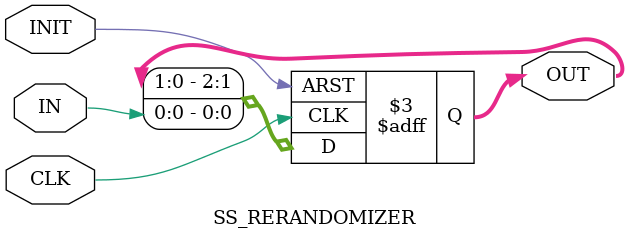
<source format=v>



// Use a shift register to rerandomize a single signal in time

module SS_RERANDOMIZER(CLK,INIT,IN,OUT);

parameter N = 3; // Buffer length

input CLK, INIT;

input IN;

output reg [N-1:0] OUT = 1'b0;

always @(posedge CLK or posedge INIT) begin

	if (INIT) OUT <= 1'b0;
	else OUT <= {OUT[N-2:0],IN};

end

endmodule

</source>
